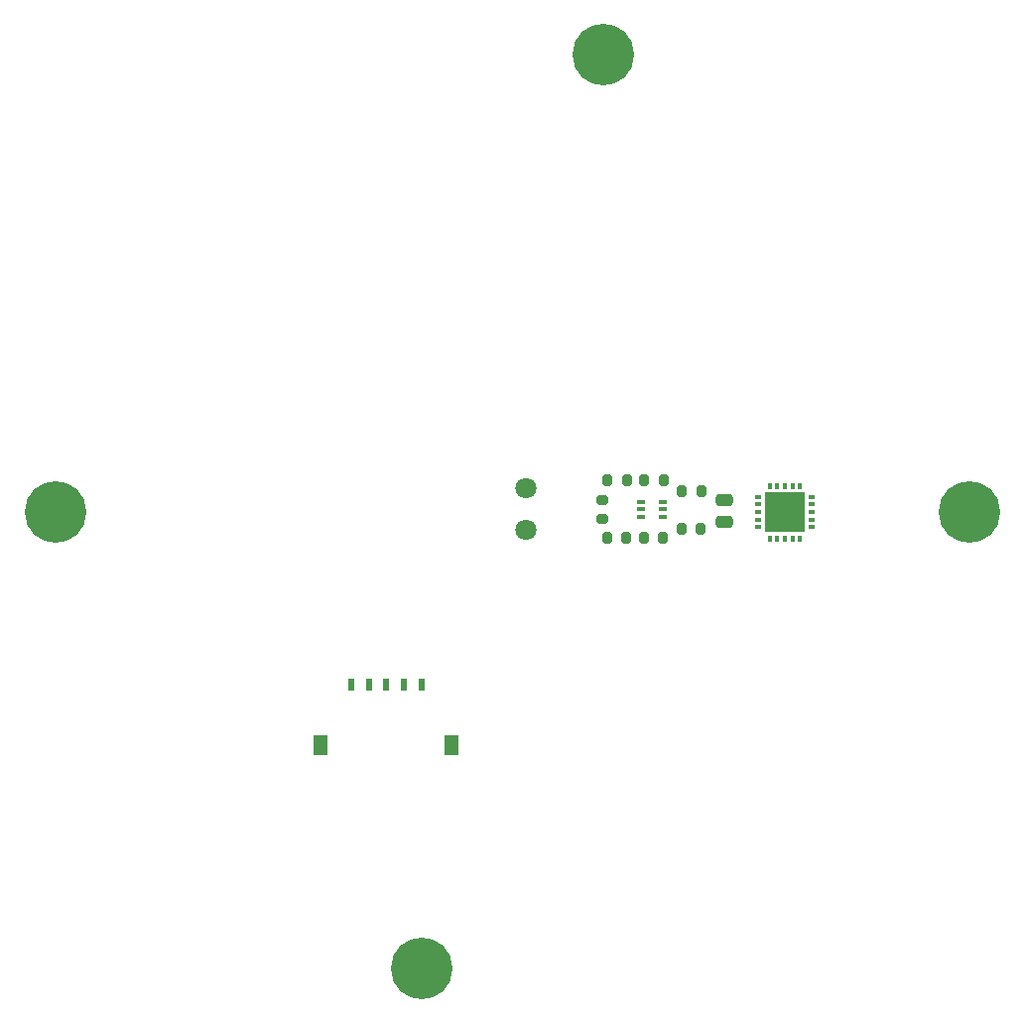
<source format=gbr>
%TF.GenerationSoftware,KiCad,Pcbnew,(6.0.7)*%
%TF.CreationDate,2023-01-31T02:36:05-08:00*%
%TF.ProjectId,solar-panel-side-Z,736f6c61-722d-4706-916e-656c2d736964,2.0*%
%TF.SameCoordinates,Original*%
%TF.FileFunction,Soldermask,Bot*%
%TF.FilePolarity,Negative*%
%FSLAX46Y46*%
G04 Gerber Fmt 4.6, Leading zero omitted, Abs format (unit mm)*
G04 Created by KiCad (PCBNEW (6.0.7)) date 2023-01-31 02:36:05*
%MOMM*%
%LPD*%
G01*
G04 APERTURE LIST*
G04 Aperture macros list*
%AMRoundRect*
0 Rectangle with rounded corners*
0 $1 Rounding radius*
0 $2 $3 $4 $5 $6 $7 $8 $9 X,Y pos of 4 corners*
0 Add a 4 corners polygon primitive as box body*
4,1,4,$2,$3,$4,$5,$6,$7,$8,$9,$2,$3,0*
0 Add four circle primitives for the rounded corners*
1,1,$1+$1,$2,$3*
1,1,$1+$1,$4,$5*
1,1,$1+$1,$6,$7*
1,1,$1+$1,$8,$9*
0 Add four rect primitives between the rounded corners*
20,1,$1+$1,$2,$3,$4,$5,0*
20,1,$1+$1,$4,$5,$6,$7,0*
20,1,$1+$1,$6,$7,$8,$9,0*
20,1,$1+$1,$8,$9,$2,$3,0*%
%AMFreePoly0*
4,1,5,1.660000,-1.660000,-1.660000,-1.660000,-1.660000,1.660000,1.660000,1.660000,1.660000,-1.660000,1.660000,-1.660000,$1*%
%AMFreePoly1*
4,1,5,0.190000,-0.275000,-0.190000,-0.275000,-0.190000,0.275000,0.190000,0.275000,0.190000,-0.275000,0.190000,-0.275000,$1*%
G04 Aperture macros list end*
%ADD10C,5.250000*%
%ADD11R,1.250000X1.800000*%
%ADD12R,0.600000X1.000000*%
%ADD13RoundRect,0.200000X-0.200000X-0.275000X0.200000X-0.275000X0.200000X0.275000X-0.200000X0.275000X0*%
%ADD14RoundRect,0.200000X0.200000X0.275000X-0.200000X0.275000X-0.200000X-0.275000X0.200000X-0.275000X0*%
%ADD15R,0.650000X0.400000*%
%ADD16RoundRect,0.200000X0.275000X-0.200000X0.275000X0.200000X-0.275000X0.200000X-0.275000X-0.200000X0*%
%ADD17RoundRect,0.250000X-0.475000X0.250000X-0.475000X-0.250000X0.475000X-0.250000X0.475000X0.250000X0*%
%ADD18FreePoly0,0.000000*%
%ADD19FreePoly1,0.000000*%
%ADD20FreePoly1,270.000000*%
%ADD21FreePoly1,180.000000*%
%ADD22C,1.800000*%
G04 APERTURE END LIST*
D10*
%TO.C,J3*%
X110500000Y-85000000D03*
%TD*%
%TO.C,J4*%
X141750000Y-124000000D03*
%TD*%
%TO.C,J5*%
X157250000Y-46000000D03*
%TD*%
%TO.C,J6*%
X188500000Y-85000000D03*
%TD*%
D11*
%TO.C,J1*%
X133145001Y-104940000D03*
X144354999Y-104940000D03*
D12*
X135749999Y-99750000D03*
X137249999Y-99750000D03*
X138750001Y-99750000D03*
X140250000Y-99750000D03*
X141750000Y-99750000D03*
%TD*%
D13*
%TO.C,R4*%
X165589922Y-86470000D03*
X163939922Y-86470000D03*
%TD*%
D14*
%TO.C,R5*%
X163979922Y-83250000D03*
X165629922Y-83250000D03*
%TD*%
D15*
%TO.C,D1*%
X162389922Y-85430000D03*
X162389922Y-84780000D03*
X162389922Y-84130000D03*
X160489922Y-84130000D03*
X160489922Y-84780000D03*
X160489922Y-85430000D03*
%TD*%
D16*
%TO.C,R6*%
X157169922Y-83980000D03*
X157169922Y-85630000D03*
%TD*%
D17*
%TO.C,C6*%
X167559922Y-85880000D03*
X167559922Y-83980000D03*
%TD*%
D14*
%TO.C,R1*%
X160729922Y-87190000D03*
X162379922Y-87190000D03*
%TD*%
D13*
%TO.C,FB1*%
X159249922Y-87210000D03*
X157599922Y-87210000D03*
%TD*%
D18*
%TO.C,U4*%
X172770000Y-85030000D03*
D19*
X171470000Y-87280000D03*
X172120000Y-87280000D03*
X172770000Y-87280000D03*
X173420000Y-87280000D03*
X174070000Y-87280000D03*
D20*
X175020000Y-86330000D03*
X175020000Y-85680000D03*
X175020000Y-85030000D03*
X175020000Y-84380000D03*
X175020000Y-83730000D03*
D21*
X174070000Y-82780000D03*
X173420000Y-82780000D03*
X172770000Y-82780000D03*
X172120000Y-82780000D03*
X171470000Y-82780000D03*
D20*
X170520000Y-83730000D03*
X170520000Y-84380000D03*
X170520000Y-85030000D03*
X170520000Y-85680000D03*
X170520000Y-86330000D03*
%TD*%
D13*
%TO.C,R3*%
X162409922Y-82330000D03*
X160759922Y-82330000D03*
%TD*%
%TO.C,FB2*%
X159289922Y-82330000D03*
X157639922Y-82330000D03*
%TD*%
D22*
%TO.C,J2*%
X150689922Y-86520000D03*
X150689922Y-83020000D03*
%TD*%
M02*

</source>
